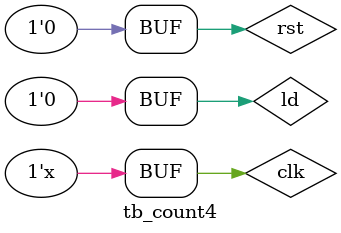
<source format=v>
`timescale 10ns/1ns
module tb_count4 ();
    reg clk,ld,rst;
    wire [3:0] q;
    count4 dut (.clk(clk),.ld(ld),.rst(rst),.q(q));
    
    always #5 clk = ~clk; 
    initial begin
        #0 clk=0; rst=0; ld=0;
        #20     rst=1; ld=0;
        #20     rst=1; ld=0;
        #20     rst=1; ld=1;
        #20     rst=1; ld=0;
        #20     rst=0; ld=0;    
    end
    endmodule
</source>
